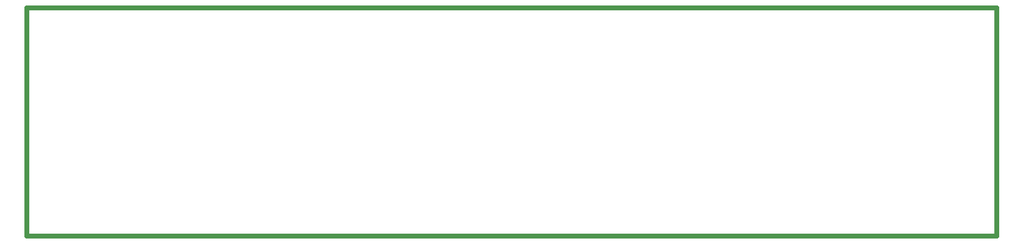
<source format=gbr>
G04 start of page 4 for group 6 idx 6 *
G04 Title: (unknown), outline *
G04 Creator: pcb 20140316 *
G04 CreationDate: Tue 28 Aug 2018 05:59:29 PM GMT UTC *
G04 For: thomasc *
G04 Format: Gerber/RS-274X *
G04 PCB-Dimensions (mil): 5300.00 1250.00 *
G04 PCB-Coordinate-Origin: lower left *
%MOIN*%
%FSLAX25Y25*%
%LNOUTLINE*%
%ADD33C,0.0250*%
G54D33*X0Y125000D02*Y0D01*
X530000D01*
Y125000D01*
X0D01*
M02*

</source>
